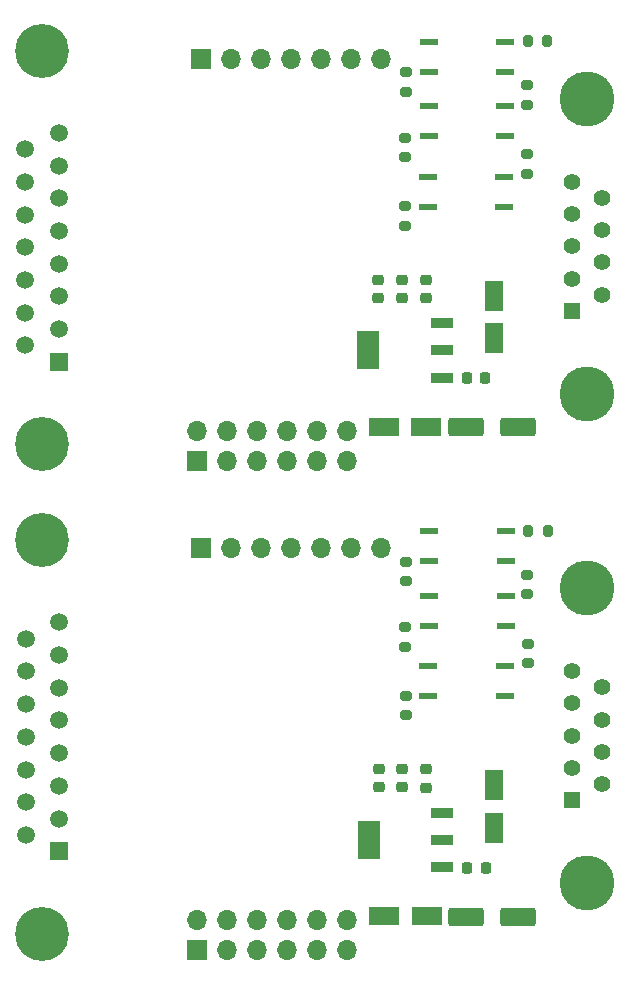
<source format=gbs>
%TF.GenerationSoftware,KiCad,Pcbnew,7.0.7*%
%TF.CreationDate,2024-09-01T12:40:49+02:00*%
%TF.ProjectId,main,6d61696e-2e6b-4696-9361-645f70636258,rev?*%
%TF.SameCoordinates,Original*%
%TF.FileFunction,Soldermask,Bot*%
%TF.FilePolarity,Negative*%
%FSLAX46Y46*%
G04 Gerber Fmt 4.6, Leading zero omitted, Abs format (unit mm)*
G04 Created by KiCad (PCBNEW 7.0.7) date 2024-09-01 12:40:49*
%MOMM*%
%LPD*%
G01*
G04 APERTURE LIST*
G04 Aperture macros list*
%AMRoundRect*
0 Rectangle with rounded corners*
0 $1 Rounding radius*
0 $2 $3 $4 $5 $6 $7 $8 $9 X,Y pos of 4 corners*
0 Add a 4 corners polygon primitive as box body*
4,1,4,$2,$3,$4,$5,$6,$7,$8,$9,$2,$3,0*
0 Add four circle primitives for the rounded corners*
1,1,$1+$1,$2,$3*
1,1,$1+$1,$4,$5*
1,1,$1+$1,$6,$7*
1,1,$1+$1,$8,$9*
0 Add four rect primitives between the rounded corners*
20,1,$1+$1,$2,$3,$4,$5,0*
20,1,$1+$1,$4,$5,$6,$7,0*
20,1,$1+$1,$6,$7,$8,$9,0*
20,1,$1+$1,$8,$9,$2,$3,0*%
G04 Aperture macros list end*
%ADD10RoundRect,0.137500X-0.662500X-0.137500X0.662500X-0.137500X0.662500X0.137500X-0.662500X0.137500X0*%
%ADD11RoundRect,0.200000X0.275000X-0.200000X0.275000X0.200000X-0.275000X0.200000X-0.275000X-0.200000X0*%
%ADD12RoundRect,0.250000X-1.250000X-0.550000X1.250000X-0.550000X1.250000X0.550000X-1.250000X0.550000X0*%
%ADD13RoundRect,0.225000X-0.225000X-0.250000X0.225000X-0.250000X0.225000X0.250000X-0.225000X0.250000X0*%
%ADD14RoundRect,0.200000X0.200000X0.275000X-0.200000X0.275000X-0.200000X-0.275000X0.200000X-0.275000X0*%
%ADD15RoundRect,0.225000X0.250000X-0.225000X0.250000X0.225000X-0.250000X0.225000X-0.250000X-0.225000X0*%
%ADD16RoundRect,0.250000X0.550000X-1.050000X0.550000X1.050000X-0.550000X1.050000X-0.550000X-1.050000X0*%
%ADD17R,1.700000X1.700000*%
%ADD18O,1.700000X1.700000*%
%ADD19RoundRect,0.200000X-0.275000X0.200000X-0.275000X-0.200000X0.275000X-0.200000X0.275000X0.200000X0*%
%ADD20R,1.400000X1.400000*%
%ADD21C,1.400000*%
%ADD22C,4.650000*%
%ADD23R,1.500000X1.500000*%
%ADD24C,1.500000*%
%ADD25C,4.567000*%
%ADD26R,1.850000X0.900000*%
%ADD27R,1.850000X3.200000*%
%ADD28RoundRect,0.250000X1.050000X0.550000X-1.050000X0.550000X-1.050000X-0.550000X1.050000X-0.550000X0*%
G04 APERTURE END LIST*
D10*
%TO.C,U2*%
X129030500Y-112890000D03*
X129030500Y-110350000D03*
X135530500Y-110350000D03*
X135530500Y-112890000D03*
%TD*%
D11*
%TO.C,R16*%
X127105500Y-114545000D03*
X127105500Y-112895000D03*
%TD*%
D12*
%TO.C,C12*%
X132177500Y-142990000D03*
X136577500Y-142990000D03*
%TD*%
D13*
%TO.C,C17*%
X132280500Y-138815000D03*
X133830500Y-138815000D03*
%TD*%
D14*
%TO.C,R19*%
X139077500Y-110295000D03*
X137427500Y-110295000D03*
%TD*%
D15*
%TO.C,C23*%
X128780500Y-132040000D03*
X128780500Y-130490000D03*
%TD*%
D11*
%TO.C,R17*%
X127055500Y-125920000D03*
X127055500Y-124270000D03*
%TD*%
D16*
%TO.C,C22*%
X134530500Y-135440000D03*
X134530500Y-131840000D03*
%TD*%
D10*
%TO.C,U4*%
X129030500Y-118315000D03*
X129030500Y-115775000D03*
X135530500Y-115775000D03*
X135530500Y-118315000D03*
%TD*%
D15*
%TO.C,C11*%
X126780500Y-132015000D03*
X126780500Y-130465000D03*
%TD*%
D17*
%TO.C,J5*%
X109727500Y-111770000D03*
D18*
X112267500Y-111770000D03*
X114807500Y-111770000D03*
X117347500Y-111770000D03*
X119887500Y-111770000D03*
X122427500Y-111770000D03*
X124967500Y-111770000D03*
%TD*%
D10*
%TO.C,U3*%
X128955500Y-124315000D03*
X128955500Y-121775000D03*
X135455500Y-121775000D03*
X135455500Y-124315000D03*
%TD*%
D19*
%TO.C,R31*%
X137355500Y-114020000D03*
X137355500Y-115670000D03*
%TD*%
D15*
%TO.C,C13*%
X124780500Y-132015000D03*
X124780500Y-130465000D03*
%TD*%
D20*
%TO.C,J3*%
X141162500Y-133125000D03*
D21*
X141162500Y-130385000D03*
X141162500Y-127645000D03*
X141162500Y-124905000D03*
X141162500Y-122165000D03*
X143702500Y-131755000D03*
X143702500Y-129015000D03*
X143702500Y-126275000D03*
X143702500Y-123535000D03*
D22*
X142432500Y-140140000D03*
X142432500Y-115150000D03*
%TD*%
D17*
%TO.C,J4*%
X109387500Y-145785000D03*
D18*
X109387500Y-143245000D03*
X111927500Y-145785000D03*
X111927500Y-143245000D03*
X114467500Y-145785000D03*
X114467500Y-143245000D03*
X117007500Y-145785000D03*
X117007500Y-143245000D03*
X119547500Y-145785000D03*
X119547500Y-143245000D03*
X122087500Y-145785000D03*
X122087500Y-143245000D03*
%TD*%
D23*
%TO.C,J2*%
X97717500Y-137430000D03*
D24*
X97717500Y-134660000D03*
X97717500Y-131890000D03*
X97717500Y-129120000D03*
X97717500Y-126350000D03*
X97717500Y-123580000D03*
X97717500Y-120810000D03*
X97717500Y-118040000D03*
X94877500Y-136045000D03*
X94877500Y-133275000D03*
X94877500Y-130505000D03*
X94877500Y-127735000D03*
X94877500Y-124965000D03*
X94877500Y-122195000D03*
X94877500Y-119425000D03*
D25*
X96297500Y-144395000D03*
X96297500Y-111075000D03*
%TD*%
D26*
%TO.C,IC1*%
X130130500Y-134165000D03*
X130130500Y-136465000D03*
X130130500Y-138765000D03*
D27*
X123930500Y-136465000D03*
%TD*%
D19*
%TO.C,R18*%
X137380500Y-119870000D03*
X137380500Y-121520000D03*
%TD*%
D28*
%TO.C,C14*%
X128827500Y-142945000D03*
X125227500Y-142945000D03*
%TD*%
D11*
%TO.C,R20*%
X127030500Y-120095000D03*
X127030500Y-118445000D03*
%TD*%
D26*
%TO.C,IC1*%
X130103000Y-92720000D03*
X130103000Y-95020000D03*
X130103000Y-97320000D03*
D27*
X123903000Y-95020000D03*
%TD*%
D23*
%TO.C,J2*%
X97690000Y-95985000D03*
D24*
X97690000Y-93215000D03*
X97690000Y-90445000D03*
X97690000Y-87675000D03*
X97690000Y-84905000D03*
X97690000Y-82135000D03*
X97690000Y-79365000D03*
X97690000Y-76595000D03*
X94850000Y-94600000D03*
X94850000Y-91830000D03*
X94850000Y-89060000D03*
X94850000Y-86290000D03*
X94850000Y-83520000D03*
X94850000Y-80750000D03*
X94850000Y-77980000D03*
D25*
X96270000Y-102950000D03*
X96270000Y-69630000D03*
%TD*%
D17*
%TO.C,J4*%
X109360000Y-104340000D03*
D18*
X109360000Y-101800000D03*
X111900000Y-104340000D03*
X111900000Y-101800000D03*
X114440000Y-104340000D03*
X114440000Y-101800000D03*
X116980000Y-104340000D03*
X116980000Y-101800000D03*
X119520000Y-104340000D03*
X119520000Y-101800000D03*
X122060000Y-104340000D03*
X122060000Y-101800000D03*
%TD*%
D20*
%TO.C,J3*%
X141135000Y-91680000D03*
D21*
X141135000Y-88940000D03*
X141135000Y-86200000D03*
X141135000Y-83460000D03*
X141135000Y-80720000D03*
X143675000Y-90310000D03*
X143675000Y-87570000D03*
X143675000Y-84830000D03*
X143675000Y-82090000D03*
D22*
X142405000Y-98695000D03*
X142405000Y-73705000D03*
%TD*%
D17*
%TO.C,J5*%
X109700000Y-70325000D03*
D18*
X112240000Y-70325000D03*
X114780000Y-70325000D03*
X117320000Y-70325000D03*
X119860000Y-70325000D03*
X122400000Y-70325000D03*
X124940000Y-70325000D03*
%TD*%
D15*
%TO.C,C11*%
X126753000Y-90570000D03*
X126753000Y-89020000D03*
%TD*%
%TO.C,C13*%
X124753000Y-90570000D03*
X124753000Y-89020000D03*
%TD*%
D10*
%TO.C,U4*%
X129003000Y-76870000D03*
X129003000Y-74330000D03*
X135503000Y-74330000D03*
X135503000Y-76870000D03*
%TD*%
D16*
%TO.C,C22*%
X134503000Y-93995000D03*
X134503000Y-90395000D03*
%TD*%
D19*
%TO.C,R31*%
X137328000Y-72575000D03*
X137328000Y-74225000D03*
%TD*%
D11*
%TO.C,R17*%
X127028000Y-84475000D03*
X127028000Y-82825000D03*
%TD*%
D10*
%TO.C,U3*%
X128928000Y-82870000D03*
X128928000Y-80330000D03*
X135428000Y-80330000D03*
X135428000Y-82870000D03*
%TD*%
D15*
%TO.C,C23*%
X128753000Y-90595000D03*
X128753000Y-89045000D03*
%TD*%
D14*
%TO.C,R19*%
X139050000Y-68850000D03*
X137400000Y-68850000D03*
%TD*%
D13*
%TO.C,C17*%
X132253000Y-97370000D03*
X133803000Y-97370000D03*
%TD*%
D12*
%TO.C,C12*%
X132150000Y-101545000D03*
X136550000Y-101545000D03*
%TD*%
D11*
%TO.C,R16*%
X127078000Y-73100000D03*
X127078000Y-71450000D03*
%TD*%
D10*
%TO.C,U2*%
X129003000Y-71445000D03*
X129003000Y-68905000D03*
X135503000Y-68905000D03*
X135503000Y-71445000D03*
%TD*%
D28*
%TO.C,C14*%
X128800000Y-101500000D03*
X125200000Y-101500000D03*
%TD*%
D19*
%TO.C,R18*%
X137353000Y-78425000D03*
X137353000Y-80075000D03*
%TD*%
D11*
%TO.C,R20*%
X127003000Y-78650000D03*
X127003000Y-77000000D03*
%TD*%
M02*

</source>
